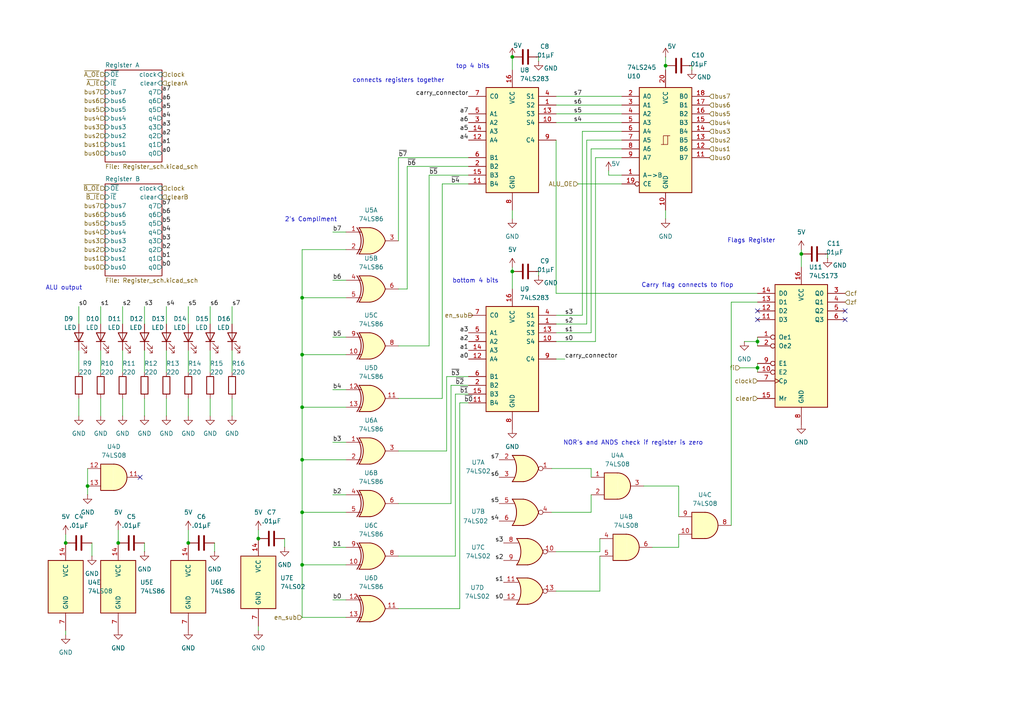
<source format=kicad_sch>
(kicad_sch (version 20231120) (generator "eeschema") (generator_version "8.0")
  (paper "A4")
  (title_block (date "2024-11-11") (company "Arsenal Gear"))
  (lib_symbols
    (symbol "74xx:74LS02" (pin_names (offset 1.016))
      (property "Reference" "U" (at 0 1.27 0))
      (property "Value" "74LS02" (at 0 -1.27 0))
      (symbol "74LS02_1_1"
        (pin output inverted (at 7.62 0 180) (length 3.81) (name "~") (number "1"))
        (pin input line (at -7.62 2.54 0) (length 4.318) (name "~") (number "2"))
        (pin input line (at -7.62 -2.54 0) (length 4.318) (name "~") (number "3"))
      )
      (symbol "74LS02_1_2"
        (pin output line (at 7.62 0 180) (length 3.81) (name "~") (number "1"))
        (pin input inverted (at -7.62 2.54 0) (length 3.81) (name "~") (number "2"))
        (pin input inverted (at -7.62 -2.54 0) (length 3.81) (name "~") (number "3"))
      )
      (symbol "74LS02_2_1"
        (pin output inverted (at 7.62 0 180) (length 3.81) (name "~") (number "4"))
        (pin input line (at -7.62 2.54 0) (length 4.318) (name "~") (number "5"))
        (pin input line (at -7.62 -2.54 0) (length 4.318) (name "~") (number "6"))
      )
      (symbol "74LS02_2_2"
        (pin output line (at 7.62 0 180) (length 3.81) (name "~") (number "4"))
        (pin input inverted (at -7.62 2.54 0) (length 3.81) (name "~") (number "5"))
        (pin input inverted (at -7.62 -2.54 0) (length 3.81) (name "~") (number "6"))
      )
      (symbol "74LS02_3_1"
        (pin output inverted (at 7.62 0 180) (length 3.81) (name "~") (number "10"))
        (pin input line (at -7.62 2.54 0) (length 4.318) (name "~") (number "8"))
        (pin input line (at -7.62 -2.54 0) (length 4.318) (name "~") (number "9"))
      )
      (symbol "74LS02_3_2"
        (pin output line (at 7.62 0 180) (length 3.81) (name "~") (number "10"))
        (pin input inverted (at -7.62 2.54 0) (length 3.81) (name "~") (number "8"))
        (pin input inverted (at -7.62 -2.54 0) (length 3.81) (name "~") (number "9"))
      )
      (symbol "74LS02_4_1"
        (pin input line (at -7.62 2.54 0) (length 4.318) (name "~") (number "11"))
        (pin input line (at -7.62 -2.54 0) (length 4.318) (name "~") (number "12"))
        (pin output inverted (at 7.62 0 180) (length 3.81) (name "~") (number "13"))
      )
      (symbol "74LS02_4_2"
        (pin input inverted (at -7.62 2.54 0) (length 3.81) (name "~") (number "11"))
        (pin input inverted (at -7.62 -2.54 0) (length 3.81) (name "~") (number "12"))
        (pin output line (at 7.62 0 180) (length 3.81) (name "~") (number "13"))
      )
      (symbol "74LS02_5_0"
        (pin power_in line (at 0 12.7 270) (length 5.08) (name "VCC") (number "14"))
        (pin power_in line (at 0 -12.7 90) (length 5.08) (name "GND") (number "7"))
      )
    )
    (symbol "74xx:74LS08" (pin_names (offset 1.016))
      (property "Reference" "U" (at 0 1.27 0))
      (property "Value" "74LS08" (at 0 -1.27 0))
      (symbol "74LS08_1_1"
        (pin input line (at -7.62 2.54 0) (length 3.81) (name "~") (number "1"))
        (pin input line (at -7.62 -2.54 0) (length 3.81) (name "~") (number "2"))
        (pin output line (at 7.62 0 180) (length 3.81) (name "~") (number "3"))
      )
      (symbol "74LS08_1_2"
        (pin input inverted (at -7.62 2.54 0) (length 4.318) (name "~") (number "1"))
        (pin input inverted (at -7.62 -2.54 0) (length 4.318) (name "~") (number "2"))
        (pin output inverted (at 7.62 0 180) (length 3.81) (name "~") (number "3"))
      )
      (symbol "74LS08_2_1"
        (pin input line (at -7.62 2.54 0) (length 3.81) (name "~") (number "4"))
        (pin input line (at -7.62 -2.54 0) (length 3.81) (name "~") (number "5"))
        (pin output line (at 7.62 0 180) (length 3.81) (name "~") (number "6"))
      )
      (symbol "74LS08_2_2"
        (pin input inverted (at -7.62 2.54 0) (length 4.318) (name "~") (number "4"))
        (pin input inverted (at -7.62 -2.54 0) (length 4.318) (name "~") (number "5"))
        (pin output inverted (at 7.62 0 180) (length 3.81) (name "~") (number "6"))
      )
      (symbol "74LS08_3_1"
        (pin input line (at -7.62 -2.54 0) (length 3.81) (name "~") (number "10"))
        (pin output line (at 7.62 0 180) (length 3.81) (name "~") (number "8"))
        (pin input line (at -7.62 2.54 0) (length 3.81) (name "~") (number "9"))
      )
      (symbol "74LS08_3_2"
        (pin input inverted (at -7.62 -2.54 0) (length 4.318) (name "~") (number "10"))
        (pin output inverted (at 7.62 0 180) (length 3.81) (name "~") (number "8"))
        (pin input inverted (at -7.62 2.54 0) (length 4.318) (name "~") (number "9"))
      )
      (symbol "74LS08_4_1"
        (pin output line (at 7.62 0 180) (length 3.81) (name "~") (number "11"))
        (pin input line (at -7.62 2.54 0) (length 3.81) (name "~") (number "12"))
        (pin input line (at -7.62 -2.54 0) (length 3.81) (name "~") (number "13"))
      )
      (symbol "74LS08_4_2"
        (pin output inverted (at 7.62 0 180) (length 3.81) (name "~") (number "11"))
        (pin input inverted (at -7.62 2.54 0) (length 4.318) (name "~") (number "12"))
        (pin input inverted (at -7.62 -2.54 0) (length 4.318) (name "~") (number "13"))
      )
      (symbol "74LS08_5_0"
        (pin power_in line (at 0 12.7 270) (length 5.08) (name "VCC") (number "14"))
        (pin power_in line (at 0 -12.7 90) (length 5.08) (name "GND") (number "7"))
      )
    )
    (symbol "74xx:74LS173" (pin_names (offset 1.016))
      (property "Reference" "U" (at -7.62 19.05 0))
      (property "Value" "74LS173" (at -7.62 -19.05 0))
      (symbol "74LS173_1_0"
        (pin input inverted (at -12.7 2.54 0) (length 5.08) (name "Oe1") (number "1"))
        (pin input inverted (at -12.7 -7.62 0) (length 5.08) (name "E2") (number "10"))
        (pin input line (at -12.7 7.62 0) (length 5.08) (name "D3") (number "11"))
        (pin input line (at -12.7 10.16 0) (length 5.08) (name "D2") (number "12"))
        (pin input line (at -12.7 12.7 0) (length 5.08) (name "D1") (number "13"))
        (pin input line (at -12.7 15.24 0) (length 5.08) (name "D0") (number "14"))
        (pin input line (at -12.7 -15.24 0) (length 5.08) (name "Mr") (number "15"))
        (pin power_in line (at 0 22.86 270) (length 5.08) (name "VCC") (number "16"))
        (pin input inverted (at -12.7 0 0) (length 5.08) (name "Oe2") (number "2"))
        (pin tri_state line (at 12.7 15.24 180) (length 5.08) (name "Q0") (number "3"))
        (pin tri_state line (at 12.7 12.7 180) (length 5.08) (name "Q1") (number "4"))
        (pin tri_state line (at 12.7 10.16 180) (length 5.08) (name "Q2") (number "5"))
        (pin tri_state line (at 12.7 7.62 180) (length 5.08) (name "Q3") (number "6"))
        (pin input clock (at -12.7 -10.16 0) (length 5.08) (name "Cp") (number "7"))
        (pin power_in line (at 0 -22.86 90) (length 5.08) (name "GND") (number "8"))
        (pin input inverted (at -12.7 -5.08 0) (length 5.08) (name "E1") (number "9"))
      )
    )
    (symbol "74xx:74LS245" (pin_names (offset 1.016))
      (property "Reference" "U" (at -7.62 16.51 0))
      (property "Value" "74LS245" (at -7.62 -16.51 0))
      (symbol "74LS245_1_0"
        (pin input line (at -12.7 -10.16 0) (length 5.08) (name "A->B") (number "1"))
        (pin power_in line (at 0 -20.32 90) (length 5.08) (name "GND") (number "10"))
        (pin tri_state line (at 12.7 -5.08 180) (length 5.08) (name "B7") (number "11"))
        (pin tri_state line (at 12.7 -2.54 180) (length 5.08) (name "B6") (number "12"))
        (pin tri_state line (at 12.7 0 180) (length 5.08) (name "B5") (number "13"))
        (pin tri_state line (at 12.7 2.54 180) (length 5.08) (name "B4") (number "14"))
        (pin tri_state line (at 12.7 5.08 180) (length 5.08) (name "B3") (number "15"))
        (pin tri_state line (at 12.7 7.62 180) (length 5.08) (name "B2") (number "16"))
        (pin tri_state line (at 12.7 10.16 180) (length 5.08) (name "B1") (number "17"))
        (pin tri_state line (at 12.7 12.7 180) (length 5.08) (name "B0") (number "18"))
        (pin input inverted (at -12.7 -12.7 0) (length 5.08) (name "CE") (number "19"))
        (pin tri_state line (at -12.7 12.7 0) (length 5.08) (name "A0") (number "2"))
        (pin power_in line (at 0 20.32 270) (length 5.08) (name "VCC") (number "20"))
        (pin tri_state line (at -12.7 10.16 0) (length 5.08) (name "A1") (number "3"))
        (pin tri_state line (at -12.7 7.62 0) (length 5.08) (name "A2") (number "4"))
        (pin tri_state line (at -12.7 5.08 0) (length 5.08) (name "A3") (number "5"))
        (pin tri_state line (at -12.7 2.54 0) (length 5.08) (name "A4") (number "6"))
        (pin tri_state line (at -12.7 0 0) (length 5.08) (name "A5") (number "7"))
        (pin tri_state line (at -12.7 -2.54 0) (length 5.08) (name "A6") (number "8"))
        (pin tri_state line (at -12.7 -5.08 0) (length 5.08) (name "A7") (number "9"))
      )
    )
    (symbol "74xx:74LS283" (pin_names (offset 1.016))
      (property "Reference" "U" (at -7.62 16.51 0))
      (property "Value" "74LS283" (at -7.62 -16.51 0))
      (symbol "74LS283_1_0"
        (pin output line (at 12.7 10.16 180) (length 5.08) (name "S2") (number "1"))
        (pin output line (at 12.7 5.08 180) (length 5.08) (name "S4") (number "10"))
        (pin input line (at -12.7 -12.7 0) (length 5.08) (name "B4") (number "11"))
        (pin input line (at -12.7 0 0) (length 5.08) (name "A4") (number "12"))
        (pin output line (at 12.7 7.62 180) (length 5.08) (name "S3") (number "13"))
        (pin input line (at -12.7 2.54 0) (length 5.08) (name "A3") (number "14"))
        (pin input line (at -12.7 -10.16 0) (length 5.08) (name "B3") (number "15"))
        (pin power_in line (at 0 20.32 270) (length 5.08) (name "VCC") (number "16"))
        (pin input line (at -12.7 -7.62 0) (length 5.08) (name "B2") (number "2"))
        (pin input line (at -12.7 5.08 0) (length 5.08) (name "A2") (number "3"))
        (pin output line (at 12.7 12.7 180) (length 5.08) (name "S1") (number "4"))
        (pin input line (at -12.7 7.62 0) (length 5.08) (name "A1") (number "5"))
        (pin input line (at -12.7 -5.08 0) (length 5.08) (name "B1") (number "6"))
        (pin input line (at -12.7 12.7 0) (length 5.08) (name "C0") (number "7"))
        (pin power_in line (at 0 -20.32 90) (length 5.08) (name "GND") (number "8"))
        (pin output line (at 12.7 0 180) (length 5.08) (name "C4") (number "9"))
      )
    )
    (symbol "74xx:74LS86" (pin_names (offset 1.016))
      (property "Reference" "U" (at 0 1.27 0))
      (property "Value" "74LS86" (at 0 -1.27 0))
      (symbol "74LS86_1_0"
        (pin input line (at -7.62 2.54 0) (length 4.445) (name "~") (number "1"))
        (pin input line (at -7.62 -2.54 0) (length 4.445) (name "~") (number "2"))
        (pin output line (at 7.62 0 180) (length 3.81) (name "~") (number "3"))
      )
      (symbol "74LS86_2_0"
        (pin input line (at -7.62 2.54 0) (length 4.445) (name "~") (number "4"))
        (pin input line (at -7.62 -2.54 0) (length 4.445) (name "~") (number "5"))
        (pin output line (at 7.62 0 180) (length 3.81) (name "~") (number "6"))
      )
      (symbol "74LS86_3_0"
        (pin input line (at -7.62 -2.54 0) (length 4.445) (name "~") (number "10"))
        (pin output line (at 7.62 0 180) (length 3.81) (name "~") (number "8"))
        (pin input line (at -7.62 2.54 0) (length 4.445) (name "~") (number "9"))
      )
      (symbol "74LS86_4_0"
        (pin output line (at 7.62 0 180) (length 3.81) (name "~") (number "11"))
        (pin input line (at -7.62 2.54 0) (length 4.445) (name "~") (number "12"))
        (pin input line (at -7.62 -2.54 0) (length 4.445) (name "~") (number "13"))
      )
      (symbol "74LS86_5_0"
        (pin power_in line (at 0 12.7 270) (length 5.08) (name "VCC") (number "14"))
        (pin power_in line (at 0 -12.7 90) (length 5.08) (name "GND") (number "7"))
      )
    )
    (symbol "Device:C" (pin_numbers hide) (pin_names (offset 0.254))
      (property "Reference" "C" (at 0.635 2.54 0))
      (property "Value" "C" (at 0.635 -2.54 0))
      (symbol "C_1_1"
        (pin passive line (at 0 3.81 270) (length 2.794) (name "~") (number "1"))
        (pin passive line (at 0 -3.81 90) (length 2.794) (name "~") (number "2"))
      )
    )
    (symbol "Device:LED" (pin_numbers hide) (pin_names (offset 1.016) hide)
      (property "Reference" "D" (at 0 2.54 0))
      (property "Value" "LED" (at 0 -2.54 0))
      (symbol "LED_1_1"
        (pin passive line (at -3.81 0 0) (length 2.54) (name "K") (number "1"))
        (pin passive line (at 3.81 0 180) (length 2.54) (name "A") (number "2"))
      )
    )
    (symbol "Device:R" (pin_numbers hide) (pin_names (offset 0))
      (property "Reference" "R" (at 2.032 0 90))
      (property "Value" "R" (at 0 0 90))
      (symbol "R_1_1"
        (pin passive line (at 0 3.81 270) (length 1.27) (name "~") (number "1"))
        (pin passive line (at 0 -3.81 90) (length 1.27) (name "~") (number "2"))
      )
    )
    (symbol "power:GND" (power) (pin_numbers hide) (pin_names (offset 0) hide)
      (property "Value" "GND" (at 0 -3.81 0))
      (symbol "GND_1_1"
        (pin power_in line (at 0 0 270) (length 0) (name "~") (number "1"))
      )
    )
    (symbol "power:VCC" (power) (pin_numbers hide) (pin_names (offset 0) hide)
      (property "Value" "VCC" (at 0 3.556 0))
      (symbol "VCC_1_1"
        (pin power_in line (at 0 0 90) (length 0) (name "~") (number "1"))
      )
    )
  )
  (junction (at 148.59 78.74))
  (junction (at 87.63 163.83))
  (junction (at 87.63 118.11))
  (junction (at 19.05 157.48))
  (junction (at 25.4 140.97))
  (junction (at 193.04 19.05))
  (junction (at 54.61 157.48))
  (junction (at 87.63 102.87))
  (junction (at 232.41 73.66))
  (junction (at 87.63 86.36))
  (junction (at 219.71 99.06))
  (junction (at 74.93 156.21))
  (junction (at 148.59 16.51))
  (junction (at 87.63 133.35))
  (junction (at 219.71 106.68))
  (junction (at 87.63 148.59))
  (junction (at 34.29 157.48))
  (no_connect (at 219.71 92.71))
  (no_connect (at 40.64 138.43))
  (no_connect (at 245.11 92.71))
  (no_connect (at 219.71 90.17))
  (no_connect (at 245.11 90.17))
  (wire (pts (xy 180.34 45.72) (xy 172.72 45.72)))
  (wire (pts (xy 156.21 17.78) (xy 156.21 16.51)))
  (wire (pts (xy 118.11 48.26) (xy 135.89 48.26)))
  (wire (pts (xy 19.05 154.94) (xy 19.05 157.48)))
  (wire (pts (xy 96.52 67.31) (xy 100.33 67.31)))
  (wire (pts (xy 22.86 88.9) (xy 22.86 93.98)))
  (wire (pts (xy 193.04 16.51) (xy 193.04 19.05)))
  (wire (pts (xy 168.91 38.1) (xy 180.34 38.1)))
  (wire (pts (xy 87.63 86.36) (xy 87.63 102.87)))
  (wire (pts (xy 87.63 133.35) (xy 87.63 148.59)))
  (wire (pts (xy 54.61 153.67) (xy 54.61 157.48)))
  (wire (pts (xy 87.63 118.11) (xy 100.33 118.11)))
  (wire (pts (xy 176.53 49.53) (xy 176.53 50.8)))
  (wire (pts (xy 137.16 91.44) (xy 135.89 91.44)))
  (wire (pts (xy 115.57 45.72) (xy 135.89 45.72)))
  (wire (pts (xy 148.59 78.74) (xy 148.59 83.82)))
  (wire (pts (xy 48.26 101.6) (xy 48.26 107.95)))
  (wire (pts (xy 35.56 88.9) (xy 35.56 93.98)))
  (wire (pts (xy 124.46 100.33) (xy 124.46 50.8)))
  (wire (pts (xy 161.29 96.52) (xy 171.45 96.52)))
  (wire (pts (xy 87.63 163.83) (xy 100.33 163.83)))
  (wire (pts (xy 161.29 104.14) (xy 163.83 104.14)))
  (wire (pts (xy 176.53 50.8) (xy 180.34 50.8)))
  (wire (pts (xy 132.08 161.29) (xy 132.08 114.3)))
  (wire (pts (xy 161.29 33.02) (xy 180.34 33.02)))
  (wire (pts (xy 74.93 182.88) (xy 74.93 181.61)))
  (wire (pts (xy 130.81 111.76) (xy 135.89 111.76)))
  (wire (pts (xy 161.29 99.06) (xy 172.72 99.06)))
  (wire (pts (xy 82.55 158.75) (xy 82.55 156.21)))
  (wire (pts (xy 96.52 113.03) (xy 100.33 113.03)))
  (wire (pts (xy 67.31 115.57) (xy 67.31 120.65)))
  (wire (pts (xy 129.54 130.81) (xy 129.54 109.22)))
  (wire (pts (xy 161.29 91.44) (xy 168.91 91.44)))
  (wire (pts (xy 87.63 163.83) (xy 87.63 179.07)))
  (wire (pts (xy 115.57 161.29) (xy 132.08 161.29)))
  (wire (pts (xy 48.26 115.57) (xy 48.26 120.65)))
  (wire (pts (xy 160.02 135.89) (xy 171.45 135.89)))
  (wire (pts (xy 87.63 72.39) (xy 87.63 86.36)))
  (wire (pts (xy 148.59 63.5) (xy 148.59 60.96)))
  (wire (pts (xy 128.27 53.34) (xy 135.89 53.34)))
  (wire (pts (xy 115.57 146.05) (xy 130.81 146.05)))
  (wire (pts (xy 118.11 83.82) (xy 118.11 48.26)))
  (wire (pts (xy 130.81 146.05) (xy 130.81 111.76)))
  (wire (pts (xy 200.66 20.32) (xy 200.66 19.05)))
  (wire (pts (xy 193.04 63.5) (xy 193.04 60.96)))
  (wire (pts (xy 232.41 72.39) (xy 232.41 73.66)))
  (wire (pts (xy 173.99 171.45) (xy 173.99 161.29)))
  (wire (pts (xy 62.23 160.02) (xy 62.23 157.48)))
  (wire (pts (xy 96.52 173.99) (xy 100.33 173.99)))
  (wire (pts (xy 67.31 101.6) (xy 67.31 107.95)))
  (wire (pts (xy 196.85 140.97) (xy 196.85 149.86)))
  (wire (pts (xy 87.63 102.87) (xy 100.33 102.87)))
  (wire (pts (xy 189.23 158.75) (xy 196.85 158.75)))
  (wire (pts (xy 193.04 19.05) (xy 193.04 20.32)))
  (wire (pts (xy 60.96 101.6) (xy 60.96 107.95)))
  (wire (pts (xy 35.56 101.6) (xy 35.56 107.95)))
  (wire (pts (xy 171.45 96.52) (xy 171.45 43.18)))
  (wire (pts (xy 87.63 102.87) (xy 87.63 118.11)))
  (wire (pts (xy 219.71 97.79) (xy 219.71 99.06)))
  (wire (pts (xy 87.63 118.11) (xy 87.63 133.35)))
  (wire (pts (xy 22.86 115.57) (xy 22.86 120.65)))
  (wire (pts (xy 22.86 101.6) (xy 22.86 107.95)))
  (wire (pts (xy 148.59 16.51) (xy 148.59 20.32)))
  (wire (pts (xy 96.52 143.51) (xy 100.33 143.51)))
  (wire (pts (xy 115.57 115.57) (xy 128.27 115.57)))
  (wire (pts (xy 219.71 105.41) (xy 219.71 106.68)))
  (wire (pts (xy 156.21 80.01) (xy 156.21 78.74)))
  (wire (pts (xy 25.4 135.89) (xy 25.4 140.97)))
  (wire (pts (xy 100.33 86.36) (xy 87.63 86.36)))
  (wire (pts (xy 170.18 93.98) (xy 170.18 40.64)))
  (wire (pts (xy 115.57 176.53) (xy 133.35 176.53)))
  (wire (pts (xy 124.46 50.8) (xy 135.89 50.8)))
  (wire (pts (xy 161.29 93.98) (xy 170.18 93.98)))
  (wire (pts (xy 41.91 160.02) (xy 41.91 157.48)))
  (wire (pts (xy 214.63 106.68) (xy 219.71 106.68)))
  (wire (pts (xy 87.63 148.59) (xy 100.33 148.59)))
  (wire (pts (xy 48.26 88.9) (xy 48.26 93.98)))
  (wire (pts (xy 35.56 115.57) (xy 35.56 120.65)))
  (wire (pts (xy 96.52 128.27) (xy 100.33 128.27)))
  (wire (pts (xy 19.05 182.88) (xy 19.05 184.15)))
  (wire (pts (xy 161.29 27.94) (xy 180.34 27.94)))
  (wire (pts (xy 54.61 101.6) (xy 54.61 107.95)))
  (wire (pts (xy 172.72 45.72) (xy 172.72 99.06)))
  (wire (pts (xy 115.57 69.85) (xy 115.57 45.72)))
  (wire (pts (xy 219.71 99.06) (xy 219.71 100.33)))
  (wire (pts (xy 219.71 87.63) (xy 212.09 87.63)))
  (wire (pts (xy 161.29 160.02) (xy 173.99 160.02)))
  (wire (pts (xy 74.93 153.67) (xy 74.93 156.21)))
  (wire (pts (xy 161.29 30.48) (xy 180.34 30.48)))
  (wire (pts (xy 60.96 115.57) (xy 60.96 120.65)))
  (wire (pts (xy 54.61 115.57) (xy 54.61 120.65)))
  (wire (pts (xy 132.08 114.3) (xy 135.89 114.3)))
  (wire (pts (xy 115.57 100.33) (xy 124.46 100.33)))
  (wire (pts (xy 128.27 115.57) (xy 128.27 53.34)))
  (wire (pts (xy 96.52 97.79) (xy 100.33 97.79)))
  (wire (pts (xy 148.59 77.47) (xy 148.59 78.74)))
  (wire (pts (xy 25.4 140.97) (xy 25.4 143.51)))
  (wire (pts (xy 240.03 74.93) (xy 240.03 73.66)))
  (wire (pts (xy 96.52 81.28) (xy 100.33 81.28)))
  (wire (pts (xy 87.63 179.07) (xy 100.33 179.07)))
  (wire (pts (xy 34.29 153.67) (xy 34.29 157.48)))
  (wire (pts (xy 115.57 130.81) (xy 129.54 130.81)))
  (wire (pts (xy 161.29 40.64) (xy 161.29 85.09)))
  (wire (pts (xy 161.29 35.56) (xy 180.34 35.56)))
  (wire (pts (xy 196.85 154.94) (xy 196.85 158.75)))
  (wire (pts (xy 29.21 115.57) (xy 29.21 120.65)))
  (wire (pts (xy 41.91 88.9) (xy 41.91 93.98)))
  (wire (pts (xy 54.61 88.9) (xy 54.61 93.98)))
  (wire (pts (xy 168.91 91.44) (xy 168.91 38.1)))
  (wire (pts (xy 160.02 148.59) (xy 171.45 148.59)))
  (wire (pts (xy 87.63 133.35) (xy 100.33 133.35)))
  (wire (pts (xy 87.63 72.39) (xy 100.33 72.39)))
  (wire (pts (xy 167.64 53.34) (xy 180.34 53.34)))
  (wire (pts (xy 173.99 160.02) (xy 173.99 156.21)))
  (wire (pts (xy 215.9 99.06) (xy 219.71 99.06)))
  (wire (pts (xy 129.54 109.22) (xy 135.89 109.22)))
  (wire (pts (xy 60.96 88.9) (xy 60.96 93.98)))
  (wire (pts (xy 161.29 171.45) (xy 173.99 171.45)))
  (wire (pts (xy 171.45 43.18) (xy 180.34 43.18)))
  (wire (pts (xy 170.18 40.64) (xy 180.34 40.64)))
  (wire (pts (xy 41.91 115.57) (xy 41.91 120.65)))
  (wire (pts (xy 133.35 116.84) (xy 135.89 116.84)))
  (wire (pts (xy 96.52 158.75) (xy 100.33 158.75)))
  (wire (pts (xy 212.09 87.63) (xy 212.09 152.4)))
  (wire (pts (xy 219.71 106.68) (xy 219.71 107.95)))
  (wire (pts (xy 186.69 140.97) (xy 196.85 140.97)))
  (wire (pts (xy 171.45 135.89) (xy 171.45 138.43)))
  (wire (pts (xy 87.63 148.59) (xy 87.63 163.83)))
  (wire (pts (xy 26.67 161.29) (xy 26.67 157.48)))
  (wire (pts (xy 133.35 176.53) (xy 133.35 116.84)))
  (wire (pts (xy 171.45 148.59) (xy 171.45 143.51)))
  (wire (pts (xy 67.31 88.9) (xy 67.31 93.98)))
  (wire (pts (xy 115.57 83.82) (xy 118.11 83.82)))
  (wire (pts (xy 161.29 85.09) (xy 219.71 85.09)))
  (wire (pts (xy 29.21 88.9) (xy 29.21 93.98)))
  (wire (pts (xy 232.41 73.66) (xy 232.41 77.47)))
  (wire (pts (xy 41.91 101.6) (xy 41.91 107.95)))
  (wire (pts (xy 29.21 101.6) (xy 29.21 107.95)))
  (text "Carry flag connects to flop" (at 199.39 82.804 0) (effects (font (size 1.27 1.27))))
  (text "Flags Register" (at 217.932 69.85 0) (effects (font (size 1.27 1.27))))
  (text "top 4 bits" (at 137.16 19.304 0) (effects (font (size 1.27 1.27))))
  (text "NOR's and ANDS check if register is zero" (at 183.642 128.524 0) (effects (font (size 1.27 1.27))))
  (text "ALU output" (at 18.542 83.566 0) (effects (font (size 1.27 1.27))))
  (text "2's Compliment" (at 90.17 63.754 0) (effects (font (size 1.27 1.27))))
  (text "bottom 4 bits" (at 137.922 81.534 0) (effects (font (size 1.27 1.27))))
  (text "connects registers together" (at 115.57 23.368 0) (effects (font (size 1.27 1.27))))
  (label "s5" (at 166.37 33.02 0))
  (label "a3" (at 135.89 96.52 180))
  (label "a6" (at 46.99 29.21 0))
  (label "a2" (at 135.89 99.06 180))
  (label "~{b6}" (at 118.11 48.26 0))
  (label "b5" (at 46.99 64.77 0))
  (label "s5" (at 144.78 146.05 180))
  (label "b0" (at 96.52 173.99 0))
  (label "s0" (at 163.83 99.06 0))
  (label "s2" (at 35.56 88.9 0))
  (label "b6" (at 46.99 62.23 0))
  (label "s3" (at 146.05 157.48 180))
  (label "b4" (at 46.99 67.31 0))
  (label "b7" (at 96.52 67.31 0))
  (label "b2" (at 46.99 72.39 0))
  (label "~{b2}" (at 132.08 111.76 0))
  (label "s6" (at 144.78 138.43 180))
  (label "s0" (at 22.86 88.9 0))
  (label "s2" (at 146.05 162.56 180))
  (label "a3" (at 46.99 36.83 0))
  (label "b1" (at 46.99 74.93 0))
  (label "a0" (at 135.89 104.14 180))
  (label "a4" (at 46.99 34.29 0))
  (label "b3" (at 46.99 69.85 0))
  (label "s7" (at 144.78 133.35 180))
  (label "b0" (at 46.99 77.47 0))
  (label "~{b3}" (at 130.81 109.22 0))
  (label "a7" (at 46.99 26.67 0))
  (label "b3" (at 96.52 128.27 0))
  (label "s1" (at 163.83 96.52 0))
  (label "s3" (at 41.91 88.9 0))
  (label "s4" (at 48.26 88.9 0))
  (label "b4" (at 96.52 113.03 0))
  (label "s2" (at 163.83 93.98 0))
  (label "s7" (at 67.31 88.9 0))
  (label "~{b7}" (at 115.57 45.72 0))
  (label "a7" (at 135.89 33.02 180))
  (label "a5" (at 135.89 38.1 180))
  (label "a6" (at 135.89 35.56 180))
  (label "s6" (at 60.96 88.9 0))
  (label "a2" (at 46.99 39.37 0))
  (label "a1" (at 46.99 41.91 0))
  (label "b6" (at 96.52 81.28 0))
  (label "s1" (at 146.05 168.91 180))
  (label "a0" (at 46.99 44.45 0))
  (label "s4" (at 166.37 35.56 0))
  (label "a4" (at 135.89 40.64 180))
  (label "s4" (at 144.78 151.13 180))
  (label "carry_connector" (at 135.89 27.94 180))
  (label "s3" (at 163.83 91.44 0))
  (label "s0" (at 146.05 173.99 180))
  (label "b1" (at 96.52 158.75 0))
  (label "~{b1}" (at 133.35 114.3 0))
  (label "s6" (at 166.37 30.48 0))
  (label "s1" (at 29.21 88.9 0))
  (label "b2" (at 96.52 143.51 0))
  (label "s7" (at 166.37 27.94 0))
  (label "carry_connector" (at 163.83 104.14 0))
  (label "a5" (at 46.99 31.75 0))
  (label "s5" (at 54.61 88.9 0))
  (label "~{b5}" (at 124.46 50.8 0))
  (label "b5" (at 96.52 97.79 0))
  (label "a1" (at 135.89 101.6 180))
  (label "~{b4}" (at 130.81 53.34 0))
  (label "~{b0}" (at 134.62 116.84 0))
  (label "b7" (at 46.99 59.69 0))
  (hierarchical_label "zf" (shape input) (at 245.11 87.63 0))
  (hierarchical_label "bus6" (shape input) (at 30.48 62.23 180))
  (hierarchical_label "bus7" (shape input) (at 30.48 59.69 180))
  (hierarchical_label "bus3" (shape input) (at 205.74 38.1 0))
  (hierarchical_label "bus7" (shape input) (at 205.74 27.94 0))
  (hierarchical_label "cf" (shape input) (at 245.11 85.09 0))
  (hierarchical_label "bus0" (shape input) (at 205.74 45.72 0))
  (hierarchical_label "bus6" (shape input) (at 30.48 29.21 180))
  (hierarchical_label "bus3" (shape input) (at 30.48 69.85 180))
  (hierarchical_label "bus5" (shape input) (at 205.74 33.02 0))
  (hierarchical_label "ALU_OE" (shape input) (at 167.64 53.34 180))
  (hierarchical_label "bus5" (shape input) (at 30.48 31.75 180))
  (hierarchical_label "~{A_OE}" (shape input) (at 30.48 21.59 180))
  (hierarchical_label "~{B_IE}" (shape input) (at 30.48 57.15 180))
  (hierarchical_label "clear" (shape input) (at 219.71 115.57 180))
  (hierarchical_label "bus5" (shape input) (at 30.48 64.77 180))
  (hierarchical_label "clock" (shape input) (at 46.99 21.59 0))
  (hierarchical_label "bus0" (shape input) (at 30.48 44.45 180))
  (hierarchical_label "fi" (shape input) (at 214.63 106.68 180))
  (hierarchical_label "bus2" (shape input) (at 30.48 72.39 180))
  (hierarchical_label "en_sub" (shape input) (at 87.63 179.07 180))
  (hierarchical_label "bus4" (shape input) (at 30.48 34.29 180))
  (hierarchical_label "bus2" (shape input) (at 205.74 40.64 0))
  (hierarchical_label "bus4" (shape input) (at 30.48 67.31 180))
  (hierarchical_label "bus3" (shape input) (at 30.48 36.83 180))
  (hierarchical_label "clock" (shape input) (at 219.71 110.49 180))
  (hierarchical_label "bus1" (shape input) (at 30.48 41.91 180))
  (hierarchical_label "~{A_IE}" (shape input) (at 30.48 24.13 180))
  (hierarchical_label "bus2" (shape input) (at 30.48 39.37 180))
  (hierarchical_label "clearA" (shape input) (at 46.99 24.13 0))
  (hierarchical_label "bus1" (shape input) (at 205.74 43.18 0))
  (hierarchical_label "clock" (shape input) (at 46.99 54.61 0))
  (hierarchical_label "clearB" (shape input) (at 46.99 57.15 0))
  (hierarchical_label "bus1" (shape input) (at 30.48 74.93 180))
  (hierarchical_label "~{B_OE}" (shape input) (at 30.48 54.61 180))
  (hierarchical_label "bus4" (shape input) (at 205.74 35.56 0))
  (hierarchical_label "bus7" (shape input) (at 30.48 26.67 180))
  (hierarchical_label "en_sub" (shape input) (at 137.16 91.44 180))
  (hierarchical_label "bus0" (shape input) (at 30.48 77.47 180))
  (hierarchical_label "bus6" (shape input) (at 205.74 30.48 0))
  (symbol (lib_id "Device:LED") (at 29.21 97.79 90) (unit 1)
    (property "Reference" "D10" (at 24.892 92.456 90) (effects (justify right)))
    (property "Value" "LED" (at 24.892 94.996 90) (effects (justify right)))
    (property "Footprint" "LED_THT:LED_D5.0mm" (effects (hide yes)))
    (property "Description" "Light emitting diode" (effects (hide yes)))
  )
  (symbol (lib_id "power:GND") (at 60.96 120.65 0) (mirror y) (unit 1) (exclude_from_sim yes)
    (property "Reference" "#PWR039" (effects (hide yes)))
    (property "Value" "GND" (at 60.96 125.73 0))
    (property "Description" "Power symbol creates a global label with name \"GND\" , ground" (effects (hide yes)))
  )
  (symbol (lib_id "power:VCC") (at 193.04 16.51 0) (unit 1) (exclude_from_sim yes)
    (property "Reference" "#PWR052" (effects (hide yes)))
    (property "Value" "5V" (at 194.818 13.462 0))
    (property "Description" "Power symbol creates a global label with name \"VCC\"" (effects (hide yes)))
  )
  (symbol (lib_id "74xx:74LS08") (at 181.61 158.75 0) (unit 2)
    (property "Reference" "U4" (at 181.6017 149.86 0))
    (property "Value" "74LS08" (at 181.6017 152.4 0))
    (property "Footprint" "Package_DIP:DIP-14_W7.62mm" (effects (hide yes)))
    (property "Datasheet" "http://www.ti.com/lit/gpn/sn74LS08" (effects (hide yes)))
    (property "Description" "Quad And2" (effects (hide yes)))
  )
  (symbol (lib_id "74xx:74LS86") (at 107.95 69.85 0) (unit 1)
    (property "Reference" "U5" (at 107.6452 60.96 0))
    (property "Value" "74LS86" (at 107.6452 63.5 0))
    (property "Footprint" "Package_DIP:DIP-14_W7.62mm" (effects (hide yes)))
    (property "Datasheet" "74xx/74ls86.pdf" (effects (hide yes)))
    (property "Description" "Quad 2-input XOR" (effects (hide yes)))
  )
  (symbol (lib_id "Device:C") (at 22.86 157.48 270) (unit 1)
    (property "Reference" "C4" (at 22.86 149.86 90))
    (property "Value" ".01µF" (at 22.86 152.4 90))
    (property "Footprint" "Capacitor_THT:C_Disc_D5.0mm_W2.5mm_P2.50mm" (effects (hide yes)))
    (property "Description" "Unpolarized capacitor" (effects (hide yes)))
  )
  (symbol (lib_id "power:GND") (at 148.59 124.46 0) (unit 1) (exclude_from_sim yes)
    (property "Reference" "#PWR048" (effects (hide yes)))
    (property "Value" "GND" (at 148.59 129.54 0))
    (property "Description" "Power symbol creates a global label with name \"GND\" , ground" (effects (hide yes)))
  )
  (symbol (lib_id "74xx:74LS86") (at 107.95 100.33 0) (unit 3)
    (property "Reference" "U5" (at 107.6452 91.44 0))
    (property "Value" "74LS86" (at 107.6452 93.98 0))
    (property "Footprint" "Package_DIP:DIP-14_W7.62mm" (effects (hide yes)))
    (property "Datasheet" "74xx/74ls86.pdf" (effects (hide yes)))
    (property "Description" "Quad 2-input XOR" (effects (hide yes)))
  )
  (symbol (lib_id "power:GND") (at 215.9 99.06 0) (unit 1) (exclude_from_sim yes)
    (property "Reference" "#PWR055" (effects (hide yes)))
    (property "Value" "GND" (at 215.9 104.14 0))
    (property "Description" "Power symbol creates a global label with name \"GND\" , ground" (effects (hide yes)))
  )
  (symbol (lib_id "Device:C") (at 152.4 16.51 270) (unit 1)
    (property "Reference" "C8" (at 157.988 13.462 90))
    (property "Value" ".01µF" (at 157.988 16.002 90))
    (property "Footprint" "Capacitor_THT:C_Disc_D5.0mm_W2.5mm_P2.50mm" (effects (hide yes)))
    (property "Description" "Unpolarized capacitor" (effects (hide yes)))
  )
  (symbol (lib_id "power:VCC") (at 148.59 77.47 0) (unit 1) (exclude_from_sim yes)
    (property "Reference" "#PWR047" (effects (hide yes)))
    (property "Value" "5V" (at 148.59 72.39 0))
    (property "Description" "Power symbol creates a global label with name \"VCC\"" (effects (hide yes)))
  )
  (symbol (lib_id "74xx:74LS283") (at 148.59 40.64 0) (unit 1)
    (property "Reference" "U8" (at 150.7841 20.32 0) (effects (justify left)))
    (property "Value" "74LS283" (at 150.7841 22.86 0) (effects (justify left)))
    (property "Footprint" "Package_DIP:DIP-16_W7.62mm" (effects (hide yes)))
    (property "Datasheet" "http://www.ti.com/lit/gpn/sn74LS283" (effects (hide yes)))
    (property "Description" "4-bit full Adder" (effects (hide yes)))
  )
  (symbol (lib_id "74xx:74LS86") (at 54.61 170.18 0) (unit 5)
    (property "Reference" "U6" (at 60.96 168.9099 0) (effects (justify left)))
    (property "Value" "74LS86" (at 60.96 171.4499 0) (effects (justify left)))
    (property "Footprint" "Package_DIP:DIP-14_W7.62mm" (effects (hide yes)))
    (property "Datasheet" "74xx/74ls86.pdf" (effects (hide yes)))
    (property "Description" "Quad 2-input XOR" (effects (hide yes)))
  )
  (symbol (lib_id "power:VCC") (at 54.61 153.67 0) (unit 1) (exclude_from_sim yes)
    (property "Reference" "#PWR037" (effects (hide yes)))
    (property "Value" "5V" (at 54.61 148.59 0))
    (property "Description" "Power symbol creates a global label with name \"VCC\"" (effects (hide yes)))
  )
  (symbol (lib_id "74xx:74LS86") (at 107.95 83.82 0) (unit 2)
    (property "Reference" "U5" (at 107.6452 74.93 0))
    (property "Value" "74LS86" (at 107.6452 77.47 0))
    (property "Footprint" "Package_DIP:DIP-14_W7.62mm" (effects (hide yes)))
    (property "Datasheet" "74xx/74ls86.pdf" (effects (hide yes)))
    (property "Description" "Quad 2-input XOR" (effects (hide yes)))
  )
  (symbol (lib_id "74xx:74LS86") (at 107.95 176.53 0) (unit 4)
    (property "Reference" "U6" (at 107.6452 167.64 0))
    (property "Value" "74LS86" (at 107.6452 170.18 0))
    (property "Footprint" "Package_DIP:DIP-14_W7.62mm" (effects (hide yes)))
    (property "Datasheet" "74xx/74ls86.pdf" (effects (hide yes)))
    (property "Description" "Quad 2-input XOR" (effects (hide yes)))
  )
  (symbol (lib_id "Device:LED") (at 48.26 97.79 90) (unit 1)
    (property "Reference" "D13" (at 43.942 92.456 90) (effects (justify right)))
    (property "Value" "LED" (at 43.942 94.996 90) (effects (justify right)))
    (property "Footprint" "LED_THT:LED_D5.0mm" (effects (hide yes)))
    (property "Description" "Light emitting diode" (effects (hide yes)))
  )
  (symbol (lib_id "power:GND") (at 62.23 160.02 0) (unit 1) (exclude_from_sim yes)
    (property "Reference" "#PWR040" (effects (hide yes)))
    (property "Value" "GND" (at 62.23 165.1 0))
    (property "Description" "Power symbol creates a global label with name \"GND\" , ground" (effects (hide yes)))
  )
  (symbol (lib_id "Device:R") (at 67.31 111.76 0) (mirror y) (unit 1)
    (property "Reference" "R16" (at 71.12 105.41 0) (effects (justify left)))
    (property "Value" "220" (at 71.12 107.95 0) (effects (justify left)))
    (property "Footprint" "Resistor_THT:R_Axial_DIN0207_L6.3mm_D2.5mm_P5.08mm_Vertical" (effects (hide yes)))
    (property "Description" "Resistor" (effects (hide yes)))
  )
  (symbol (lib_id "power:GND") (at 41.91 120.65 0) (mirror y) (unit 1) (exclude_from_sim yes)
    (property "Reference" "#PWR033" (effects (hide yes)))
    (property "Value" "GND" (at 41.91 125.73 0))
    (property "Description" "Power symbol creates a global label with name \"GND\" , ground" (effects (hide yes)))
  )
  (symbol (lib_id "power:VCC") (at 34.29 153.67 0) (unit 1) (exclude_from_sim yes)
    (property "Reference" "#PWR030" (effects (hide yes)))
    (property "Value" "5V" (at 34.29 148.59 0))
    (property "Description" "Power symbol creates a global label with name \"VCC\"" (effects (hide yes)))
  )
  (symbol (lib_id "Device:C") (at 78.74 156.21 270) (unit 1)
    (property "Reference" "C7" (at 78.74 148.59 90))
    (property "Value" ".01µF" (at 78.74 151.13 90))
    (property "Footprint" "Capacitor_THT:C_Disc_D5.0mm_W2.5mm_P2.50mm" (effects (hide yes)))
    (property "Description" "Unpolarized capacitor" (effects (hide yes)))
  )
  (symbol (lib_id "power:GND") (at 82.55 158.75 0) (unit 1) (exclude_from_sim yes)
    (property "Reference" "#PWR044" (effects (hide yes)))
    (property "Value" "GND" (at 82.55 163.83 0))
    (property "Description" "Power symbol creates a global label with name \"GND\" , ground" (effects (hide yes)))
  )
  (symbol (lib_id "74xx:74LS86") (at 107.95 146.05 0) (unit 2)
    (property "Reference" "U6" (at 107.6452 137.16 0))
    (property "Value" "74LS86" (at 107.6452 139.7 0))
    (property "Footprint" "Package_DIP:DIP-14_W7.62mm" (effects (hide yes)))
    (property "Datasheet" "74xx/74ls86.pdf" (effects (hide yes)))
    (property "Description" "Quad 2-input XOR" (effects (hide yes)))
  )
  (symbol (lib_id "Device:R") (at 29.21 111.76 0) (mirror y) (unit 1)
    (property "Reference" "R10" (at 33.02 105.41 0) (effects (justify left)))
    (property "Value" "220" (at 33.02 107.95 0) (effects (justify left)))
    (property "Footprint" "Resistor_THT:R_Axial_DIN0207_L6.3mm_D2.5mm_P5.08mm_Vertical" (effects (hide yes)))
    (property "Description" "Resistor" (effects (hide yes)))
  )
  (symbol (lib_id "power:GND") (at 74.93 182.88 0) (unit 1) (exclude_from_sim yes)
    (property "Reference" "#PWR043" (effects (hide yes)))
    (property "Value" "GND" (at 74.93 187.96 0))
    (property "Description" "Power symbol creates a global label with name \"GND\" , ground" (effects (hide yes)))
  )
  (symbol (lib_id "Device:C") (at 236.22 73.66 270) (unit 1)
    (property "Reference" "C11" (at 241.808 70.612 90))
    (property "Value" ".01µF" (at 241.808 73.152 90))
    (property "Footprint" "Capacitor_THT:C_Disc_D5.0mm_W2.5mm_P2.50mm" (effects (hide yes)))
    (property "Description" "Unpolarized capacitor" (effects (hide yes)))
  )
  (symbol (lib_id "74xx:74LS245") (at 193.04 40.64 0) (unit 1)
    (property "Reference" "U10" (at 181.864 22.098 0) (effects (justify left)))
    (property "Value" "74LS245" (at 181.864 19.558 0) (effects (justify left)))
    (property "Footprint" "Package_DIP:DIP-20_W7.62mm" (effects (hide yes)))
    (property "Datasheet" "http://www.ti.com/lit/gpn/sn74LS245" (effects (hide yes)))
    (property "Description" "Octal BUS Transceivers, 3-State outputs" (effects (hide yes)))
  )
  (symbol (lib_id "74xx:74LS02") (at 74.93 168.91 0) (unit 5)
    (property "Reference" "U7" (at 81.28 167.6399 0) (effects (justify left)))
    (property "Value" "74LS02" (at 81.28 170.1799 0) (effects (justify left)))
    (property "Footprint" "Package_DIP:DIP-14_W7.62mm" (effects (hide yes)))
    (property "Datasheet" "http://www.ti.com/lit/gpn/sn74ls02" (effects (hide yes)))
    (property "Description" "quad 2-input NOR gate" (effects (hide yes)))
  )
  (symbol (lib_id "Device:LED") (at 67.31 97.79 90) (unit 1)
    (property "Reference" "D16" (at 62.992 92.456 90) (effects (justify right)))
    (property "Value" "LED" (at 62.992 94.996 90) (effects (justify right)))
    (property "Footprint" "LED_THT:LED_D5.0mm" (effects (hide yes)))
    (property "Description" "Light emitting diode" (effects (hide yes)))
  )
  (symbol (lib_id "power:GND") (at 156.21 17.78 0) (unit 1) (exclude_from_sim yes)
    (property "Reference" "#PWR049" (effects (hide yes)))
    (property "Value" "GND" (at 159.766 19.812 0))
    (property "Description" "Power symbol creates a global label with name \"GND\" , ground" (effects (hide yes)))
  )
  (symbol (lib_id "Device:C") (at 196.85 19.05 270) (unit 1)
    (property "Reference" "C10" (at 202.438 16.002 90))
    (property "Value" ".01µF" (at 202.438 18.542 90))
    (property "Footprint" "Capacitor_THT:C_Disc_D5.0mm_W2.5mm_P2.50mm" (effects (hide yes)))
    (property "Description" "Unpolarized capacitor" (effects (hide yes)))
  )
  (symbol (lib_id "74xx:74LS02") (at 152.4 135.89 0) (unit 1)
    (property "Reference" "U7" (at 138.684 134.112 0))
    (property "Value" "74LS02" (at 138.684 136.652 0))
    (property "Footprint" "Package_DIP:DIP-14_W7.62mm" (effects (hide yes)))
    (property "Datasheet" "http://www.ti.com/lit/gpn/sn74ls02" (effects (hide yes)))
    (property "Description" "quad 2-input NOR gate" (effects (hide yes)))
  )
  (symbol (lib_id "74xx:74LS86") (at 34.29 170.18 0) (unit 5)
    (property "Reference" "U5" (at 40.64 168.9099 0) (effects (justify left)))
    (property "Value" "74LS86" (at 40.64 171.4499 0) (effects (justify left)))
    (property "Footprint" "Package_DIP:DIP-14_W7.62mm" (effects (hide yes)))
    (property "Datasheet" "74xx/74ls86.pdf" (effects (hide yes)))
    (property "Description" "Quad 2-input XOR" (effects (hide yes)))
  )
  (symbol (lib_id "Device:R") (at 35.56 111.76 0) (mirror y) (unit 1)
    (property "Reference" "R11" (at 39.37 105.41 0) (effects (justify left)))
    (property "Value" "220" (at 39.37 107.95 0) (effects (justify left)))
    (property "Footprint" "Resistor_THT:R_Axial_DIN0207_L6.3mm_D2.5mm_P5.08mm_Vertical" (effects (hide yes)))
    (property "Description" "Resistor" (effects (hide yes)))
  )
  (symbol (lib_id "Device:R") (at 54.61 111.76 0) (mirror y) (unit 1)
    (property "Reference" "R14" (at 58.42 105.41 0) (effects (justify left)))
    (property "Value" "220" (at 58.42 107.95 0) (effects (justify left)))
    (property "Footprint" "Resistor_THT:R_Axial_DIN0207_L6.3mm_D2.5mm_P5.08mm_Vertical" (effects (hide yes)))
    (property "Description" "Resistor" (effects (hide yes)))
  )
  (symbol (lib_id "power:GND") (at 19.05 184.15 0) (unit 1) (exclude_from_sim yes)
    (property "Reference" "#PWR025" (effects (hide yes)))
    (property "Value" "GND" (at 19.05 189.23 0))
    (property "Description" "Power symbol creates a global label with name \"GND\" , ground" (effects (hide yes)))
  )
  (symbol (lib_id "power:VCC") (at 148.59 16.51 0) (unit 1) (exclude_from_sim yes)
    (property "Reference" "#PWR045" (effects (hide yes)))
    (property "Value" "5V" (at 150.114 13.208 0))
    (property "Description" "Power symbol creates a global label with name \"VCC\"" (effects (hide yes)))
  )
  (symbol (lib_id "power:GND") (at 148.59 63.5 0) (unit 1) (exclude_from_sim yes)
    (property "Reference" "#PWR046" (effects (hide yes)))
    (property "Value" "GND" (at 148.59 68.58 0))
    (property "Description" "Power symbol creates a global label with name \"GND\" , ground" (effects (hide yes)))
  )
  (symbol (lib_id "power:GND") (at 67.31 120.65 0) (mirror y) (unit 1) (exclude_from_sim yes)
    (property "Reference" "#PWR041" (effects (hide yes)))
    (property "Value" "GND" (at 67.31 125.73 0))
    (property "Description" "Power symbol creates a global label with name \"GND\" , ground" (effects (hide yes)))
  )
  (symbol (lib_id "74xx:74LS86") (at 107.95 130.81 0) (unit 1)
    (property "Reference" "U6" (at 107.6452 121.92 0))
    (property "Value" "74LS86" (at 107.6452 124.46 0))
    (property "Footprint" "Package_DIP:DIP-14_W7.62mm" (effects (hide yes)))
    (property "Datasheet" "74xx/74ls86.pdf" (effects (hide yes)))
    (property "Description" "Quad 2-input XOR" (effects (hide yes)))
  )
  (symbol (lib_id "74xx:74LS86") (at 107.95 161.29 0) (unit 3)
    (property "Reference" "U6" (at 107.6452 152.4 0))
    (property "Value" "74LS86" (at 107.6452 154.94 0))
    (property "Footprint" "Package_DIP:DIP-14_W7.62mm" (effects (hide yes)))
    (property "Datasheet" "74xx/74ls86.pdf" (effects (hide yes)))
    (property "Description" "Quad 2-input XOR" (effects (hide yes)))
  )
  (symbol (lib_id "Device:R") (at 41.91 111.76 0) (mirror y) (unit 1)
    (property "Reference" "R12" (at 45.72 105.41 0) (effects (justify left)))
    (property "Value" "220" (at 45.72 107.95 0) (effects (justify left)))
    (property "Footprint" "Resistor_THT:R_Axial_DIN0207_L6.3mm_D2.5mm_P5.08mm_Vertical" (effects (hide yes)))
    (property "Description" "Resistor" (effects (hide yes)))
  )
  (symbol (lib_id "74xx:74LS02") (at 153.67 160.02 0) (unit 3)
    (property "Reference" "U7" (at 138.684 158.75 0))
    (property "Value" "74LS02" (at 138.684 161.29 0))
    (property "Footprint" "Package_DIP:DIP-14_W7.62mm" (effects (hide yes)))
    (property "Datasheet" "http://www.ti.com/lit/gpn/sn74ls02" (effects (hide yes)))
    (property "Description" "quad 2-input NOR gate" (effects (hide yes)))
  )
  (symbol (lib_id "power:GND") (at 200.66 20.32 0) (unit 1) (exclude_from_sim yes)
    (property "Reference" "#PWR054" (effects (hide yes)))
    (property "Value" "GND" (at 204.216 22.352 0))
    (property "Description" "Power symbol creates a global label with name \"GND\" , ground" (effects (hide yes)))
  )
  (symbol (lib_id "74xx:74LS283") (at 148.59 104.14 0) (unit 1)
    (property "Reference" "U9" (at 150.7841 83.82 0) (effects (justify left)))
    (property "Value" "74LS283" (at 150.7841 86.36 0) (effects (justify left)))
    (property "Footprint" "Package_DIP:DIP-16_W7.62mm" (effects (hide yes)))
    (property "Datasheet" "http://www.ti.com/lit/gpn/sn74LS283" (effects (hide yes)))
    (property "Description" "4-bit full Adder" (effects (hide yes)))
  )
  (symbol (lib_id "power:GND") (at 54.61 120.65 0) (mirror y) (unit 1) (exclude_from_sim yes)
    (property "Reference" "#PWR036" (effects (hide yes)))
    (property "Value" "GND" (at 54.61 125.73 0))
    (property "Description" "Power symbol creates a global label with name \"GND\" , ground" (effects (hide yes)))
  )
  (symbol (lib_id "power:GND") (at 54.61 182.88 0) (unit 1) (exclude_from_sim yes)
    (property "Reference" "#PWR038" (effects (hide yes)))
    (property "Value" "GND" (at 54.61 187.96 0))
    (property "Description" "Power symbol creates a global label with name \"GND\" , ground" (effects (hide yes)))
  )
  (symbol (lib_id "Device:LED") (at 41.91 97.79 90) (unit 1)
    (property "Reference" "D12" (at 37.592 92.456 90) (effects (justify right)))
    (property "Value" "LED" (at 37.592 94.996 90) (effects (justify right)))
    (property "Footprint" "LED_THT:LED_D5.0mm" (effects (hide yes)))
    (property "Description" "Light emitting diode" (effects (hide yes)))
  )
  (symbol (lib_id "power:GND") (at 240.03 74.93 0) (unit 1) (exclude_from_sim yes)
    (property "Reference" "#PWR058" (effects (hide yes)))
    (property "Value" "GND" (at 243.586 76.962 0))
    (property "Description" "Power symbol creates a global label with name \"GND\" , ground" (effects (hide yes)))
  )
  (symbol (lib_id "power:GND") (at 25.4 143.51 0) (unit 1) (exclude_from_sim yes)
    (property "Reference" "#PWR027" (effects (hide yes)))
    (property "Value" "GND" (at 25.4 148.59 0))
    (property "Description" "Power symbol creates a global label with name \"GND\" , ground" (effects (hide yes)))
  )
  (symbol (lib_id "power:VCC") (at 19.05 154.94 0) (unit 1) (exclude_from_sim yes)
    (property "Reference" "#PWR024" (effects (hide yes)))
    (property "Value" "5V" (at 19.05 149.86 0))
    (property "Description" "Power symbol creates a global label with name \"VCC\"" (effects (hide yes)))
  )
  (symbol (lib_id "power:GND") (at 22.86 120.65 0) (mirror y) (unit 1) (exclude_from_sim yes)
    (property "Reference" "#PWR026" (effects (hide yes)))
    (property "Value" "GND" (at 22.86 125.73 0))
    (property "Description" "Power symbol creates a global label with name \"GND\" , ground" (effects (hide yes)))
  )
  (symbol (lib_id "Device:C") (at 152.4 78.74 270) (unit 1)
    (property "Reference" "C9" (at 157.988 75.692 90))
    (property "Value" ".01µF" (at 157.988 78.232 90))
    (property "Footprint" "Capacitor_THT:C_Disc_D5.0mm_W2.5mm_P2.50mm" (effects (hide yes)))
    (property "Description" "Unpolarized capacitor" (effects (hide yes)))
  )
  (symbol (lib_id "power:GND") (at 232.41 123.19 0) (unit 1) (exclude_from_sim yes)
    (property "Reference" "#PWR057" (effects (hide yes)))
    (property "Value" "GND" (at 232.41 128.27 0))
    (property "Description" "Power symbol creates a global label with name \"GND\" , ground" (effects (hide yes)))
  )
  (symbol (lib_id "Device:R") (at 22.86 111.76 0) (mirror y) (unit 1)
    (property "Reference" "R9" (at 26.67 105.41 0) (effects (justify left)))
    (property "Value" "220" (at 26.67 107.95 0) (effects (justify left)))
    (property "Footprint" "Resistor_THT:R_Axial_DIN0207_L6.3mm_D2.5mm_P5.08mm_Vertical" (effects (hide yes)))
    (property "Description" "Resistor" (effects (hide yes)))
  )
  (symbol (lib_id "power:GND") (at 48.26 120.65 0) (mirror y) (unit 1) (exclude_from_sim yes)
    (property "Reference" "#PWR035" (effects (hide yes)))
    (property "Value" "GND" (at 48.26 125.73 0))
    (property "Description" "Power symbol creates a global label with name \"GND\" , ground" (effects (hide yes)))
  )
  (symbol (lib_id "74xx:74LS08") (at 19.05 170.18 0) (unit 5)
    (property "Reference" "U4" (at 25.4 168.9099 0) (effects (justify left)))
    (property "Value" "74LS08" (at 25.4 171.4499 0) (effects (justify left)))
    (property "Footprint" "Package_DIP:DIP-14_W7.62mm" (effects (hide yes)))
    (property "Datasheet" "http://www.ti.com/lit/gpn/sn74LS08" (effects (hide yes)))
    (property "Description" "Quad And2" (effects (hide yes)))
  )
  (symbol (lib_id "74xx:74LS02") (at 152.4 148.59 0) (unit 2)
    (property "Reference" "U7" (at 138.684 148.336 0))
    (property "Value" "74LS02" (at 137.922 151.13 0))
    (property "Footprint" "Package_DIP:DIP-14_W7.62mm" (effects (hide yes)))
    (property "Datasheet" "http://www.ti.com/lit/gpn/sn74ls02" (effects (hide yes)))
    (property "Description" "quad 2-input NOR gate" (effects (hide yes)))
  )
  (symbol (lib_id "74xx:74LS08") (at 179.07 140.97 0) (unit 1)
    (property "Reference" "U4" (at 179.0617 132.08 0))
    (property "Value" "74LS08" (at 179.0617 134.62 0))
    (property "Footprint" "Package_DIP:DIP-14_W7.62mm" (effects (hide yes)))
    (property "Datasheet" "http://www.ti.com/lit/gpn/sn74LS08" (effects (hide yes)))
    (property "Description" "Quad And2" (effects (hide yes)))
  )
  (symbol (lib_id "74xx:74LS08") (at 33.02 138.43 0) (unit 4)
    (property "Reference" "U4" (at 33.0117 129.54 0))
    (property "Value" "74LS08" (at 33.0117 132.08 0))
    (property "Footprint" "Package_DIP:DIP-14_W7.62mm" (effects (hide yes)))
    (property "Datasheet" "http://www.ti.com/lit/gpn/sn74LS08" (effects (hide yes)))
    (property "Description" "Quad And2" (effects (hide yes)))
  )
  (symbol (lib_id "power:GND") (at 26.67 161.29 0) (unit 1) (exclude_from_sim yes)
    (property "Reference" "#PWR028" (effects (hide yes)))
    (property "Value" "GND" (at 26.67 166.37 0))
    (property "Description" "Power symbol creates a global label with name \"GND\" , ground" (effects (hide yes)))
  )
  (symbol (lib_id "power:GND") (at 34.29 182.88 0) (unit 1) (exclude_from_sim yes)
    (property "Reference" "#PWR031" (effects (hide yes)))
    (property "Value" "GND" (at 34.29 187.96 0))
    (property "Description" "Power symbol creates a global label with name \"GND\" , ground" (effects (hide yes)))
  )
  (symbol (lib_id "Device:R") (at 60.96 111.76 0) (mirror y) (unit 1)
    (property "Reference" "R15" (at 64.77 105.41 0) (effects (justify left)))
    (property "Value" "220" (at 64.77 107.95 0) (effects (justify left)))
    (property "Footprint" "Resistor_THT:R_Axial_DIN0207_L6.3mm_D2.5mm_P5.08mm_Vertical" (effects (hide yes)))
    (property "Description" "Resistor" (effects (hide yes)))
  )
  (symbol (lib_id "Device:LED") (at 54.61 97.79 90) (unit 1)
    (property "Reference" "D14" (at 50.292 92.456 90) (effects (justify right)))
    (property "Value" "LED" (at 50.292 94.996 90) (effects (justify right)))
    (property "Footprint" "LED_THT:LED_D5.0mm" (effects (hide yes)))
    (property "Description" "Light emitting diode" (effects (hide yes)))
  )
  (symbol (lib_id "power:VCC") (at 176.53 49.53 0) (unit 1) (exclude_from_sim yes)
    (property "Reference" "#PWR051" (effects (hide yes)))
    (property "Value" "5V" (at 178.562 47.498 0))
    (property "Description" "Power symbol creates a global label with name \"VCC\"" (effects (hide yes)))
  )
  (symbol (lib_id "74xx:74LS02") (at 153.67 171.45 0) (unit 4)
    (property "Reference" "U7" (at 138.43 170.434 0))
    (property "Value" "74LS02" (at 138.43 172.974 0))
    (property "Footprint" "Package_DIP:DIP-14_W7.62mm" (effects (hide yes)))
    (property "Datasheet" "http://www.ti.com/lit/gpn/sn74ls02" (effects (hide yes)))
    (property "Description" "quad 2-input NOR gate" (effects (hide yes)))
  )
  (symbol (lib_id "power:VCC") (at 232.41 72.39 0) (unit 1) (exclude_from_sim yes)
    (property "Reference" "#PWR056" (effects (hide yes)))
    (property "Value" "5V" (at 232.41 67.31 0))
    (property "Description" "Power symbol creates a global label with name \"VCC\"" (effects (hide yes)))
  )
  (symbol (lib_id "power:GND") (at 29.21 120.65 0) (mirror y) (unit 1) (exclude_from_sim yes)
    (property "Reference" "#PWR029" (effects (hide yes)))
    (property "Value" "GND" (at 29.21 125.73 0))
    (property "Description" "Power symbol creates a global label with name \"GND\" , ground" (effects (hide yes)))
  )
  (symbol (lib_id "Device:C") (at 58.42 157.48 270) (unit 1)
    (property "Reference" "C6" (at 58.42 149.86 90))
    (property "Value" ".01µF" (at 58.42 152.4 90))
    (property "Footprint" "Capacitor_THT:C_Disc_D5.0mm_W2.5mm_P2.50mm" (effects (hide yes)))
    (property "Description" "Unpolarized capacitor" (effects (hide yes)))
  )
  (symbol (lib_id "power:GND") (at 35.56 120.65 0) (mirror y) (unit 1) (exclude_from_sim yes)
    (property "Reference" "#PWR032" (effects (hide yes)))
    (property "Value" "GND" (at 35.56 125.73 0))
    (property "Description" "Power symbol creates a global label with name \"GND\" , ground" (effects (hide yes)))
  )
  (symbol (lib_id "74xx:74LS173") (at 232.41 100.33 0) (unit 1)
    (property "Reference" "U11" (at 234.6041 77.47 0) (effects (justify left)))
    (property "Value" "74LS173" (at 234.6041 80.01 0) (effects (justify left)))
    (property "Footprint" "Package_DIP:DIP-16_W7.62mm" (effects (hide yes)))
    (property "Datasheet" "http://www.ti.com/lit/gpn/sn74LS173" (effects (hide yes)))
    (property "Description" "4-bit D-type Register, 3 state out" (effects (hide yes)))
  )
  (symbol (lib_id "Device:LED") (at 22.86 97.79 90) (unit 1)
    (property "Reference" "D9" (at 18.542 92.456 90) (effects (justify right)))
    (property "Value" "LED" (at 18.542 94.996 90) (effects (justify right)))
    (property "Footprint" "LED_THT:LED_D5.0mm" (effects (hide yes)))
    (property "Description" "Light emitting diode" (effects (hide yes)))
  )
  (symbol (lib_id "power:VCC") (at 74.93 153.67 0) (unit 1) (exclude_from_sim yes)
    (property "Reference" "#PWR042" (effects (hide yes)))
    (property "Value" "5V" (at 74.93 148.59 0))
    (property "Description" "Power symbol creates a global label with name \"VCC\"" (effects (hide yes)))
  )
  (symbol (lib_id "power:GND") (at 193.04 63.5 0) (unit 1) (exclude_from_sim yes)
    (property "Reference" "#PWR053" (effects (hide yes)))
    (property "Value" "GND" (at 193.04 68.58 0))
    (property "Description" "Power symbol creates a global label with name \"GND\" , ground" (effects (hide yes)))
  )
  (symbol (lib_id "power:GND") (at 41.91 160.02 0) (unit 1) (exclude_from_sim yes)
    (property "Reference" "#PWR034" (effects (hide yes)))
    (property "Value" "GND" (at 41.91 165.1 0))
    (property "Description" "Power symbol creates a global label with name \"GND\" , ground" (effects (hide yes)))
  )
  (symbol (lib_id "Device:R") (at 48.26 111.76 0) (mirror y) (unit 1)
    (property "Reference" "R13" (at 52.07 105.41 0) (effects (justify left)))
    (property "Value" "220" (at 52.07 107.95 0) (effects (justify left)))
    (property "Footprint" "Resistor_THT:R_Axial_DIN0207_L6.3mm_D2.5mm_P5.08mm_Vertical" (effects (hide yes)))
    (property "Description" "Resistor" (effects (hide yes)))
  )
  (symbol (lib_id "Device:LED") (at 35.56 97.79 90) (unit 1)
    (property "Reference" "D11" (at 31.242 92.456 90) (effects (justify right)))
    (property "Value" "LED" (at 31.242 94.996 90) (effects (justify right)))
    (property "Footprint" "LED_THT:LED_D5.0mm" (effects (hide yes)))
    (property "Description" "Light emitting diode" (effects (hide yes)))
  )
  (symbol (lib_id "74xx:74LS86") (at 107.95 115.57 0) (unit 4)
    (property "Reference" "U5" (at 107.6452 106.68 0))
    (property "Value" "74LS86" (at 107.6452 109.22 0))
    (property "Footprint" "Package_DIP:DIP-14_W7.62mm" (effects (hide yes)))
    (property "Datasheet" "74xx/74ls86.pdf" (effects (hide yes)))
    (property "Description" "Quad 2-input XOR" (effects (hide yes)))
  )
  (symbol (lib_id "Device:LED") (at 60.96 97.79 90) (unit 1)
    (property "Reference" "D15" (at 56.642 92.456 90) (effects (justify right)))
    (property "Value" "LED" (at 56.642 94.996 90) (effects (justify right)))
    (property "Footprint" "LED_THT:LED_D5.0mm" (effects (hide yes)))
    (property "Description" "Light emitting diode" (effects (hide yes)))
  )
  (symbol (lib_id "power:GND") (at 156.21 80.01 0) (unit 1) (exclude_from_sim yes)
    (property "Reference" "#PWR050" (effects (hide yes)))
    (property "Value" "GND" (at 159.766 82.042 0))
    (property "Description" "Power symbol creates a global label with name \"GND\" , ground" (effects (hide yes)))
  )
  (symbol (lib_id "74xx:74LS08") (at 204.47 152.4 0) (unit 3)
    (property "Reference" "U4" (at 204.4617 143.51 0))
    (property "Value" "74LS08" (at 204.4617 146.05 0))
    (property "Footprint" "Package_DIP:DIP-14_W7.62mm" (effects (hide yes)))
    (property "Datasheet" "http://www.ti.com/lit/gpn/sn74LS08" (effects (hide yes)))
    (property "Description" "Quad And2" (effects (hide yes)))
  )
  (symbol (lib_id "Device:C") (at 38.1 157.48 270) (unit 1)
    (property "Reference" "C5" (at 38.1 149.86 90))
    (property "Value" ".01µF" (at 38.1 152.4 90))
    (property "Footprint" "Capacitor_THT:C_Disc_D5.0mm_W2.5mm_P2.50mm" (effects (hide yes)))
    (property "Description" "Unpolarized capacitor" (effects (hide yes)))
  )
  (sheet (at 30.48 53.34) (size 16.51 26.67) (stroke (width 0.1524))
    (property "Sheetname" "Register B" (at 30.48 52.6284 0) (effects (justify left bottom)))
    (property "Sheetfile" "Register_sch.kicad_sch" (at 30.48 80.5946 0) (effects (justify left top)))
    (pin "clock" input (at 46.99 54.61 0))
    (pin "~{OE}" input (at 30.48 54.61 180))
    (pin "bus4" input (at 30.48 67.31 180))
    (pin "bus5" input (at 30.48 64.77 180))
    (pin "bus7" input (at 30.48 59.69 180))
    (pin "bus3" input (at 30.48 69.85 180))
    (pin "bus6" input (at 30.48 62.23 180))
    (pin "bus2" input (at 30.48 72.39 180))
    (pin "bus0" input (at 30.48 77.47 180))
    (pin "bus1" input (at 30.48 74.93 180))
    (pin "q3" output (at 46.99 69.85 0))
    (pin "q6" output (at 46.99 62.23 0))
    (pin "q4" output (at 46.99 67.31 0))
    (pin "q5" output (at 46.99 64.77 0))
    (pin "q0" output (at 46.99 77.47 0))
    (pin "q1" output (at 46.99 74.93 0))
    (pin "q2" output (at 46.99 72.39 0))
    (pin "q7" output (at 46.99 59.69 0))
    (pin "~{IE}" input (at 30.48 57.15 180))
    (pin "clear" input (at 46.99 57.15 0))
  )
  (sheet (at 30.48 20.32) (size 16.51 26.67) (stroke (width 0.1524))
    (property "Sheetname" "Register A" (at 30.48 19.6084 0) (effects (justify left bottom)))
    (property "Sheetfile" "Register_sch.kicad_sch" (at 30.48 47.5746 0) (effects (justify left top)))
    (pin "clock" input (at 46.99 21.59 0))
    (pin "~{OE}" input (at 30.48 21.59 180))
    (pin "bus4" input (at 30.48 34.29 180))
    (pin "bus5" input (at 30.48 31.75 180))
    (pin "bus7" input (at 30.48 26.67 180))
    (pin "bus3" input (at 30.48 36.83 180))
    (pin "bus6" input (at 30.48 29.21 180))
    (pin "bus2" input (at 30.48 39.37 180))
    (pin "bus0" input (at 30.48 44.45 180))
    (pin "bus1" input (at 30.48 41.91 180))
    (pin "q3" output (at 46.99 36.83 0))
    (pin "q6" output (at 46.99 29.21 0))
    (pin "q4" output (at 46.99 34.29 0))
    (pin "q5" output (at 46.99 31.75 0))
    (pin "q0" output (at 46.99 44.45 0))
    (pin "q1" output (at 46.99 41.91 0))
    (pin "q2" output (at 46.99 39.37 0))
    (pin "q7" output (at 46.99 26.67 0))
    (pin "~{IE}" input (at 30.48 24.13 180))
    (pin "clear" input (at 46.99 24.13 0))
  )
)
</source>
